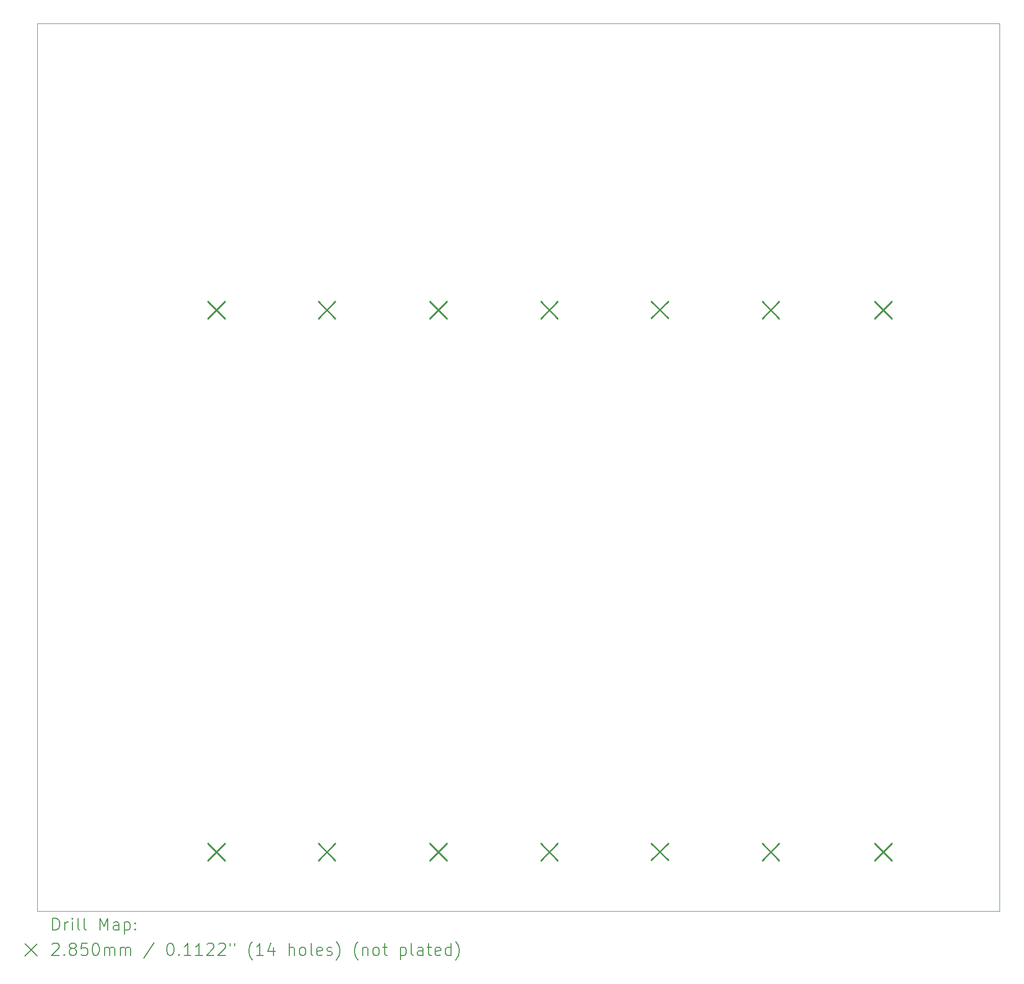
<source format=gbr>
%TF.GenerationSoftware,KiCad,Pcbnew,7.0.5*%
%TF.CreationDate,2023-11-05T11:43:05-07:00*%
%TF.ProjectId,new_backplane,6e65775f-6261-4636-9b70-6c616e652e6b,rev?*%
%TF.SameCoordinates,Original*%
%TF.FileFunction,Drillmap*%
%TF.FilePolarity,Positive*%
%FSLAX45Y45*%
G04 Gerber Fmt 4.5, Leading zero omitted, Abs format (unit mm)*
G04 Created by KiCad (PCBNEW 7.0.5) date 2023-11-05 11:43:05*
%MOMM*%
%LPD*%
G01*
G04 APERTURE LIST*
%ADD10C,0.089518*%
%ADD11C,0.200000*%
%ADD12C,0.285000*%
G04 APERTURE END LIST*
D10*
X1186944Y-19730114D02*
X1186944Y-4990000D01*
X17150000Y-4990000D02*
X17150000Y-19730114D01*
X1186944Y-4990000D02*
X17150000Y-4990000D01*
X17150000Y-19730114D02*
X1186944Y-19730114D01*
D11*
D12*
X4017500Y-9607500D02*
X4302500Y-9892500D01*
X4302500Y-9607500D02*
X4017500Y-9892500D01*
X4017500Y-18607500D02*
X4302500Y-18892500D01*
X4302500Y-18607500D02*
X4017500Y-18892500D01*
X5847500Y-9607500D02*
X6132500Y-9892500D01*
X6132500Y-9607500D02*
X5847500Y-9892500D01*
X5847500Y-18607500D02*
X6132500Y-18892500D01*
X6132500Y-18607500D02*
X5847500Y-18892500D01*
X7697500Y-9607500D02*
X7982500Y-9892500D01*
X7982500Y-9607500D02*
X7697500Y-9892500D01*
X7697500Y-18607500D02*
X7982500Y-18892500D01*
X7982500Y-18607500D02*
X7697500Y-18892500D01*
X9538500Y-9603500D02*
X9823500Y-9888500D01*
X9823500Y-9603500D02*
X9538500Y-9888500D01*
X9538500Y-18603500D02*
X9823500Y-18888500D01*
X9823500Y-18603500D02*
X9538500Y-18888500D01*
X11371500Y-9600500D02*
X11656500Y-9885500D01*
X11656500Y-9600500D02*
X11371500Y-9885500D01*
X11371500Y-18600500D02*
X11656500Y-18885500D01*
X11656500Y-18600500D02*
X11371500Y-18885500D01*
X13213500Y-9604500D02*
X13498500Y-9889500D01*
X13498500Y-9604500D02*
X13213500Y-9889500D01*
X13213500Y-18604500D02*
X13498500Y-18889500D01*
X13498500Y-18604500D02*
X13213500Y-18889500D01*
X15078500Y-9603500D02*
X15363500Y-9888500D01*
X15363500Y-9603500D02*
X15078500Y-9888500D01*
X15078500Y-18603500D02*
X15363500Y-18888500D01*
X15363500Y-18603500D02*
X15078500Y-18888500D01*
D11*
X1443245Y-20046074D02*
X1443245Y-19846074D01*
X1443245Y-19846074D02*
X1490864Y-19846074D01*
X1490864Y-19846074D02*
X1519435Y-19855598D01*
X1519435Y-19855598D02*
X1538483Y-19874645D01*
X1538483Y-19874645D02*
X1548007Y-19893693D01*
X1548007Y-19893693D02*
X1557531Y-19931788D01*
X1557531Y-19931788D02*
X1557531Y-19960359D01*
X1557531Y-19960359D02*
X1548007Y-19998455D01*
X1548007Y-19998455D02*
X1538483Y-20017502D01*
X1538483Y-20017502D02*
X1519435Y-20036550D01*
X1519435Y-20036550D02*
X1490864Y-20046074D01*
X1490864Y-20046074D02*
X1443245Y-20046074D01*
X1643245Y-20046074D02*
X1643245Y-19912740D01*
X1643245Y-19950836D02*
X1652769Y-19931788D01*
X1652769Y-19931788D02*
X1662293Y-19922264D01*
X1662293Y-19922264D02*
X1681340Y-19912740D01*
X1681340Y-19912740D02*
X1700388Y-19912740D01*
X1767054Y-20046074D02*
X1767054Y-19912740D01*
X1767054Y-19846074D02*
X1757531Y-19855598D01*
X1757531Y-19855598D02*
X1767054Y-19865121D01*
X1767054Y-19865121D02*
X1776578Y-19855598D01*
X1776578Y-19855598D02*
X1767054Y-19846074D01*
X1767054Y-19846074D02*
X1767054Y-19865121D01*
X1890864Y-20046074D02*
X1871816Y-20036550D01*
X1871816Y-20036550D02*
X1862293Y-20017502D01*
X1862293Y-20017502D02*
X1862293Y-19846074D01*
X1995626Y-20046074D02*
X1976578Y-20036550D01*
X1976578Y-20036550D02*
X1967054Y-20017502D01*
X1967054Y-20017502D02*
X1967054Y-19846074D01*
X2224197Y-20046074D02*
X2224197Y-19846074D01*
X2224197Y-19846074D02*
X2290864Y-19988931D01*
X2290864Y-19988931D02*
X2357531Y-19846074D01*
X2357531Y-19846074D02*
X2357531Y-20046074D01*
X2538483Y-20046074D02*
X2538483Y-19941312D01*
X2538483Y-19941312D02*
X2528959Y-19922264D01*
X2528959Y-19922264D02*
X2509912Y-19912740D01*
X2509912Y-19912740D02*
X2471816Y-19912740D01*
X2471816Y-19912740D02*
X2452769Y-19922264D01*
X2538483Y-20036550D02*
X2519436Y-20046074D01*
X2519436Y-20046074D02*
X2471816Y-20046074D01*
X2471816Y-20046074D02*
X2452769Y-20036550D01*
X2452769Y-20036550D02*
X2443245Y-20017502D01*
X2443245Y-20017502D02*
X2443245Y-19998455D01*
X2443245Y-19998455D02*
X2452769Y-19979407D01*
X2452769Y-19979407D02*
X2471816Y-19969883D01*
X2471816Y-19969883D02*
X2519436Y-19969883D01*
X2519436Y-19969883D02*
X2538483Y-19960359D01*
X2633721Y-19912740D02*
X2633721Y-20112740D01*
X2633721Y-19922264D02*
X2652769Y-19912740D01*
X2652769Y-19912740D02*
X2690864Y-19912740D01*
X2690864Y-19912740D02*
X2709912Y-19922264D01*
X2709912Y-19922264D02*
X2719436Y-19931788D01*
X2719436Y-19931788D02*
X2728959Y-19950836D01*
X2728959Y-19950836D02*
X2728959Y-20007978D01*
X2728959Y-20007978D02*
X2719436Y-20027026D01*
X2719436Y-20027026D02*
X2709912Y-20036550D01*
X2709912Y-20036550D02*
X2690864Y-20046074D01*
X2690864Y-20046074D02*
X2652769Y-20046074D01*
X2652769Y-20046074D02*
X2633721Y-20036550D01*
X2814674Y-20027026D02*
X2824197Y-20036550D01*
X2824197Y-20036550D02*
X2814674Y-20046074D01*
X2814674Y-20046074D02*
X2805150Y-20036550D01*
X2805150Y-20036550D02*
X2814674Y-20027026D01*
X2814674Y-20027026D02*
X2814674Y-20046074D01*
X2814674Y-19922264D02*
X2824197Y-19931788D01*
X2824197Y-19931788D02*
X2814674Y-19941312D01*
X2814674Y-19941312D02*
X2805150Y-19931788D01*
X2805150Y-19931788D02*
X2814674Y-19922264D01*
X2814674Y-19922264D02*
X2814674Y-19941312D01*
X982468Y-20274590D02*
X1182468Y-20474590D01*
X1182468Y-20274590D02*
X982468Y-20474590D01*
X1433721Y-20285121D02*
X1443245Y-20275598D01*
X1443245Y-20275598D02*
X1462293Y-20266074D01*
X1462293Y-20266074D02*
X1509912Y-20266074D01*
X1509912Y-20266074D02*
X1528959Y-20275598D01*
X1528959Y-20275598D02*
X1538483Y-20285121D01*
X1538483Y-20285121D02*
X1548007Y-20304169D01*
X1548007Y-20304169D02*
X1548007Y-20323217D01*
X1548007Y-20323217D02*
X1538483Y-20351788D01*
X1538483Y-20351788D02*
X1424197Y-20466074D01*
X1424197Y-20466074D02*
X1548007Y-20466074D01*
X1633721Y-20447026D02*
X1643245Y-20456550D01*
X1643245Y-20456550D02*
X1633721Y-20466074D01*
X1633721Y-20466074D02*
X1624197Y-20456550D01*
X1624197Y-20456550D02*
X1633721Y-20447026D01*
X1633721Y-20447026D02*
X1633721Y-20466074D01*
X1757531Y-20351788D02*
X1738483Y-20342264D01*
X1738483Y-20342264D02*
X1728959Y-20332740D01*
X1728959Y-20332740D02*
X1719435Y-20313693D01*
X1719435Y-20313693D02*
X1719435Y-20304169D01*
X1719435Y-20304169D02*
X1728959Y-20285121D01*
X1728959Y-20285121D02*
X1738483Y-20275598D01*
X1738483Y-20275598D02*
X1757531Y-20266074D01*
X1757531Y-20266074D02*
X1795626Y-20266074D01*
X1795626Y-20266074D02*
X1814674Y-20275598D01*
X1814674Y-20275598D02*
X1824197Y-20285121D01*
X1824197Y-20285121D02*
X1833721Y-20304169D01*
X1833721Y-20304169D02*
X1833721Y-20313693D01*
X1833721Y-20313693D02*
X1824197Y-20332740D01*
X1824197Y-20332740D02*
X1814674Y-20342264D01*
X1814674Y-20342264D02*
X1795626Y-20351788D01*
X1795626Y-20351788D02*
X1757531Y-20351788D01*
X1757531Y-20351788D02*
X1738483Y-20361312D01*
X1738483Y-20361312D02*
X1728959Y-20370836D01*
X1728959Y-20370836D02*
X1719435Y-20389883D01*
X1719435Y-20389883D02*
X1719435Y-20427978D01*
X1719435Y-20427978D02*
X1728959Y-20447026D01*
X1728959Y-20447026D02*
X1738483Y-20456550D01*
X1738483Y-20456550D02*
X1757531Y-20466074D01*
X1757531Y-20466074D02*
X1795626Y-20466074D01*
X1795626Y-20466074D02*
X1814674Y-20456550D01*
X1814674Y-20456550D02*
X1824197Y-20447026D01*
X1824197Y-20447026D02*
X1833721Y-20427978D01*
X1833721Y-20427978D02*
X1833721Y-20389883D01*
X1833721Y-20389883D02*
X1824197Y-20370836D01*
X1824197Y-20370836D02*
X1814674Y-20361312D01*
X1814674Y-20361312D02*
X1795626Y-20351788D01*
X2014674Y-20266074D02*
X1919435Y-20266074D01*
X1919435Y-20266074D02*
X1909912Y-20361312D01*
X1909912Y-20361312D02*
X1919435Y-20351788D01*
X1919435Y-20351788D02*
X1938483Y-20342264D01*
X1938483Y-20342264D02*
X1986102Y-20342264D01*
X1986102Y-20342264D02*
X2005150Y-20351788D01*
X2005150Y-20351788D02*
X2014674Y-20361312D01*
X2014674Y-20361312D02*
X2024197Y-20380359D01*
X2024197Y-20380359D02*
X2024197Y-20427978D01*
X2024197Y-20427978D02*
X2014674Y-20447026D01*
X2014674Y-20447026D02*
X2005150Y-20456550D01*
X2005150Y-20456550D02*
X1986102Y-20466074D01*
X1986102Y-20466074D02*
X1938483Y-20466074D01*
X1938483Y-20466074D02*
X1919435Y-20456550D01*
X1919435Y-20456550D02*
X1909912Y-20447026D01*
X2148007Y-20266074D02*
X2167055Y-20266074D01*
X2167055Y-20266074D02*
X2186102Y-20275598D01*
X2186102Y-20275598D02*
X2195626Y-20285121D01*
X2195626Y-20285121D02*
X2205150Y-20304169D01*
X2205150Y-20304169D02*
X2214674Y-20342264D01*
X2214674Y-20342264D02*
X2214674Y-20389883D01*
X2214674Y-20389883D02*
X2205150Y-20427978D01*
X2205150Y-20427978D02*
X2195626Y-20447026D01*
X2195626Y-20447026D02*
X2186102Y-20456550D01*
X2186102Y-20456550D02*
X2167055Y-20466074D01*
X2167055Y-20466074D02*
X2148007Y-20466074D01*
X2148007Y-20466074D02*
X2128959Y-20456550D01*
X2128959Y-20456550D02*
X2119436Y-20447026D01*
X2119436Y-20447026D02*
X2109912Y-20427978D01*
X2109912Y-20427978D02*
X2100388Y-20389883D01*
X2100388Y-20389883D02*
X2100388Y-20342264D01*
X2100388Y-20342264D02*
X2109912Y-20304169D01*
X2109912Y-20304169D02*
X2119436Y-20285121D01*
X2119436Y-20285121D02*
X2128959Y-20275598D01*
X2128959Y-20275598D02*
X2148007Y-20266074D01*
X2300388Y-20466074D02*
X2300388Y-20332740D01*
X2300388Y-20351788D02*
X2309912Y-20342264D01*
X2309912Y-20342264D02*
X2328959Y-20332740D01*
X2328959Y-20332740D02*
X2357531Y-20332740D01*
X2357531Y-20332740D02*
X2376578Y-20342264D01*
X2376578Y-20342264D02*
X2386102Y-20361312D01*
X2386102Y-20361312D02*
X2386102Y-20466074D01*
X2386102Y-20361312D02*
X2395626Y-20342264D01*
X2395626Y-20342264D02*
X2414674Y-20332740D01*
X2414674Y-20332740D02*
X2443245Y-20332740D01*
X2443245Y-20332740D02*
X2462293Y-20342264D01*
X2462293Y-20342264D02*
X2471817Y-20361312D01*
X2471817Y-20361312D02*
X2471817Y-20466074D01*
X2567055Y-20466074D02*
X2567055Y-20332740D01*
X2567055Y-20351788D02*
X2576578Y-20342264D01*
X2576578Y-20342264D02*
X2595626Y-20332740D01*
X2595626Y-20332740D02*
X2624198Y-20332740D01*
X2624198Y-20332740D02*
X2643245Y-20342264D01*
X2643245Y-20342264D02*
X2652769Y-20361312D01*
X2652769Y-20361312D02*
X2652769Y-20466074D01*
X2652769Y-20361312D02*
X2662293Y-20342264D01*
X2662293Y-20342264D02*
X2681340Y-20332740D01*
X2681340Y-20332740D02*
X2709912Y-20332740D01*
X2709912Y-20332740D02*
X2728959Y-20342264D01*
X2728959Y-20342264D02*
X2738483Y-20361312D01*
X2738483Y-20361312D02*
X2738483Y-20466074D01*
X3128959Y-20256550D02*
X2957531Y-20513693D01*
X3386102Y-20266074D02*
X3405150Y-20266074D01*
X3405150Y-20266074D02*
X3424198Y-20275598D01*
X3424198Y-20275598D02*
X3433721Y-20285121D01*
X3433721Y-20285121D02*
X3443245Y-20304169D01*
X3443245Y-20304169D02*
X3452769Y-20342264D01*
X3452769Y-20342264D02*
X3452769Y-20389883D01*
X3452769Y-20389883D02*
X3443245Y-20427978D01*
X3443245Y-20427978D02*
X3433721Y-20447026D01*
X3433721Y-20447026D02*
X3424198Y-20456550D01*
X3424198Y-20456550D02*
X3405150Y-20466074D01*
X3405150Y-20466074D02*
X3386102Y-20466074D01*
X3386102Y-20466074D02*
X3367055Y-20456550D01*
X3367055Y-20456550D02*
X3357531Y-20447026D01*
X3357531Y-20447026D02*
X3348007Y-20427978D01*
X3348007Y-20427978D02*
X3338483Y-20389883D01*
X3338483Y-20389883D02*
X3338483Y-20342264D01*
X3338483Y-20342264D02*
X3348007Y-20304169D01*
X3348007Y-20304169D02*
X3357531Y-20285121D01*
X3357531Y-20285121D02*
X3367055Y-20275598D01*
X3367055Y-20275598D02*
X3386102Y-20266074D01*
X3538483Y-20447026D02*
X3548007Y-20456550D01*
X3548007Y-20456550D02*
X3538483Y-20466074D01*
X3538483Y-20466074D02*
X3528959Y-20456550D01*
X3528959Y-20456550D02*
X3538483Y-20447026D01*
X3538483Y-20447026D02*
X3538483Y-20466074D01*
X3738483Y-20466074D02*
X3624198Y-20466074D01*
X3681340Y-20466074D02*
X3681340Y-20266074D01*
X3681340Y-20266074D02*
X3662293Y-20294645D01*
X3662293Y-20294645D02*
X3643245Y-20313693D01*
X3643245Y-20313693D02*
X3624198Y-20323217D01*
X3928959Y-20466074D02*
X3814674Y-20466074D01*
X3871817Y-20466074D02*
X3871817Y-20266074D01*
X3871817Y-20266074D02*
X3852769Y-20294645D01*
X3852769Y-20294645D02*
X3833721Y-20313693D01*
X3833721Y-20313693D02*
X3814674Y-20323217D01*
X4005150Y-20285121D02*
X4014674Y-20275598D01*
X4014674Y-20275598D02*
X4033721Y-20266074D01*
X4033721Y-20266074D02*
X4081340Y-20266074D01*
X4081340Y-20266074D02*
X4100388Y-20275598D01*
X4100388Y-20275598D02*
X4109912Y-20285121D01*
X4109912Y-20285121D02*
X4119436Y-20304169D01*
X4119436Y-20304169D02*
X4119436Y-20323217D01*
X4119436Y-20323217D02*
X4109912Y-20351788D01*
X4109912Y-20351788D02*
X3995626Y-20466074D01*
X3995626Y-20466074D02*
X4119436Y-20466074D01*
X4195626Y-20285121D02*
X4205150Y-20275598D01*
X4205150Y-20275598D02*
X4224198Y-20266074D01*
X4224198Y-20266074D02*
X4271817Y-20266074D01*
X4271817Y-20266074D02*
X4290864Y-20275598D01*
X4290864Y-20275598D02*
X4300388Y-20285121D01*
X4300388Y-20285121D02*
X4309912Y-20304169D01*
X4309912Y-20304169D02*
X4309912Y-20323217D01*
X4309912Y-20323217D02*
X4300388Y-20351788D01*
X4300388Y-20351788D02*
X4186102Y-20466074D01*
X4186102Y-20466074D02*
X4309912Y-20466074D01*
X4386102Y-20266074D02*
X4386102Y-20304169D01*
X4462293Y-20266074D02*
X4462293Y-20304169D01*
X4757531Y-20542264D02*
X4748007Y-20532740D01*
X4748007Y-20532740D02*
X4728960Y-20504169D01*
X4728960Y-20504169D02*
X4719436Y-20485121D01*
X4719436Y-20485121D02*
X4709912Y-20456550D01*
X4709912Y-20456550D02*
X4700388Y-20408931D01*
X4700388Y-20408931D02*
X4700388Y-20370836D01*
X4700388Y-20370836D02*
X4709912Y-20323217D01*
X4709912Y-20323217D02*
X4719436Y-20294645D01*
X4719436Y-20294645D02*
X4728960Y-20275598D01*
X4728960Y-20275598D02*
X4748007Y-20247026D01*
X4748007Y-20247026D02*
X4757531Y-20237502D01*
X4938483Y-20466074D02*
X4824198Y-20466074D01*
X4881341Y-20466074D02*
X4881341Y-20266074D01*
X4881341Y-20266074D02*
X4862293Y-20294645D01*
X4862293Y-20294645D02*
X4843245Y-20313693D01*
X4843245Y-20313693D02*
X4824198Y-20323217D01*
X5109912Y-20332740D02*
X5109912Y-20466074D01*
X5062293Y-20256550D02*
X5014674Y-20399407D01*
X5014674Y-20399407D02*
X5138483Y-20399407D01*
X5367055Y-20466074D02*
X5367055Y-20266074D01*
X5452769Y-20466074D02*
X5452769Y-20361312D01*
X5452769Y-20361312D02*
X5443245Y-20342264D01*
X5443245Y-20342264D02*
X5424198Y-20332740D01*
X5424198Y-20332740D02*
X5395626Y-20332740D01*
X5395626Y-20332740D02*
X5376579Y-20342264D01*
X5376579Y-20342264D02*
X5367055Y-20351788D01*
X5576579Y-20466074D02*
X5557531Y-20456550D01*
X5557531Y-20456550D02*
X5548007Y-20447026D01*
X5548007Y-20447026D02*
X5538484Y-20427978D01*
X5538484Y-20427978D02*
X5538484Y-20370836D01*
X5538484Y-20370836D02*
X5548007Y-20351788D01*
X5548007Y-20351788D02*
X5557531Y-20342264D01*
X5557531Y-20342264D02*
X5576579Y-20332740D01*
X5576579Y-20332740D02*
X5605150Y-20332740D01*
X5605150Y-20332740D02*
X5624198Y-20342264D01*
X5624198Y-20342264D02*
X5633722Y-20351788D01*
X5633722Y-20351788D02*
X5643245Y-20370836D01*
X5643245Y-20370836D02*
X5643245Y-20427978D01*
X5643245Y-20427978D02*
X5633722Y-20447026D01*
X5633722Y-20447026D02*
X5624198Y-20456550D01*
X5624198Y-20456550D02*
X5605150Y-20466074D01*
X5605150Y-20466074D02*
X5576579Y-20466074D01*
X5757531Y-20466074D02*
X5738483Y-20456550D01*
X5738483Y-20456550D02*
X5728960Y-20437502D01*
X5728960Y-20437502D02*
X5728960Y-20266074D01*
X5909912Y-20456550D02*
X5890864Y-20466074D01*
X5890864Y-20466074D02*
X5852769Y-20466074D01*
X5852769Y-20466074D02*
X5833722Y-20456550D01*
X5833722Y-20456550D02*
X5824198Y-20437502D01*
X5824198Y-20437502D02*
X5824198Y-20361312D01*
X5824198Y-20361312D02*
X5833722Y-20342264D01*
X5833722Y-20342264D02*
X5852769Y-20332740D01*
X5852769Y-20332740D02*
X5890864Y-20332740D01*
X5890864Y-20332740D02*
X5909912Y-20342264D01*
X5909912Y-20342264D02*
X5919436Y-20361312D01*
X5919436Y-20361312D02*
X5919436Y-20380359D01*
X5919436Y-20380359D02*
X5824198Y-20399407D01*
X5995626Y-20456550D02*
X6014674Y-20466074D01*
X6014674Y-20466074D02*
X6052769Y-20466074D01*
X6052769Y-20466074D02*
X6071817Y-20456550D01*
X6071817Y-20456550D02*
X6081341Y-20437502D01*
X6081341Y-20437502D02*
X6081341Y-20427978D01*
X6081341Y-20427978D02*
X6071817Y-20408931D01*
X6071817Y-20408931D02*
X6052769Y-20399407D01*
X6052769Y-20399407D02*
X6024198Y-20399407D01*
X6024198Y-20399407D02*
X6005150Y-20389883D01*
X6005150Y-20389883D02*
X5995626Y-20370836D01*
X5995626Y-20370836D02*
X5995626Y-20361312D01*
X5995626Y-20361312D02*
X6005150Y-20342264D01*
X6005150Y-20342264D02*
X6024198Y-20332740D01*
X6024198Y-20332740D02*
X6052769Y-20332740D01*
X6052769Y-20332740D02*
X6071817Y-20342264D01*
X6148007Y-20542264D02*
X6157531Y-20532740D01*
X6157531Y-20532740D02*
X6176579Y-20504169D01*
X6176579Y-20504169D02*
X6186103Y-20485121D01*
X6186103Y-20485121D02*
X6195626Y-20456550D01*
X6195626Y-20456550D02*
X6205150Y-20408931D01*
X6205150Y-20408931D02*
X6205150Y-20370836D01*
X6205150Y-20370836D02*
X6195626Y-20323217D01*
X6195626Y-20323217D02*
X6186103Y-20294645D01*
X6186103Y-20294645D02*
X6176579Y-20275598D01*
X6176579Y-20275598D02*
X6157531Y-20247026D01*
X6157531Y-20247026D02*
X6148007Y-20237502D01*
X6509912Y-20542264D02*
X6500388Y-20532740D01*
X6500388Y-20532740D02*
X6481341Y-20504169D01*
X6481341Y-20504169D02*
X6471817Y-20485121D01*
X6471817Y-20485121D02*
X6462293Y-20456550D01*
X6462293Y-20456550D02*
X6452769Y-20408931D01*
X6452769Y-20408931D02*
X6452769Y-20370836D01*
X6452769Y-20370836D02*
X6462293Y-20323217D01*
X6462293Y-20323217D02*
X6471817Y-20294645D01*
X6471817Y-20294645D02*
X6481341Y-20275598D01*
X6481341Y-20275598D02*
X6500388Y-20247026D01*
X6500388Y-20247026D02*
X6509912Y-20237502D01*
X6586103Y-20332740D02*
X6586103Y-20466074D01*
X6586103Y-20351788D02*
X6595626Y-20342264D01*
X6595626Y-20342264D02*
X6614674Y-20332740D01*
X6614674Y-20332740D02*
X6643245Y-20332740D01*
X6643245Y-20332740D02*
X6662293Y-20342264D01*
X6662293Y-20342264D02*
X6671817Y-20361312D01*
X6671817Y-20361312D02*
X6671817Y-20466074D01*
X6795626Y-20466074D02*
X6776579Y-20456550D01*
X6776579Y-20456550D02*
X6767055Y-20447026D01*
X6767055Y-20447026D02*
X6757531Y-20427978D01*
X6757531Y-20427978D02*
X6757531Y-20370836D01*
X6757531Y-20370836D02*
X6767055Y-20351788D01*
X6767055Y-20351788D02*
X6776579Y-20342264D01*
X6776579Y-20342264D02*
X6795626Y-20332740D01*
X6795626Y-20332740D02*
X6824198Y-20332740D01*
X6824198Y-20332740D02*
X6843245Y-20342264D01*
X6843245Y-20342264D02*
X6852769Y-20351788D01*
X6852769Y-20351788D02*
X6862293Y-20370836D01*
X6862293Y-20370836D02*
X6862293Y-20427978D01*
X6862293Y-20427978D02*
X6852769Y-20447026D01*
X6852769Y-20447026D02*
X6843245Y-20456550D01*
X6843245Y-20456550D02*
X6824198Y-20466074D01*
X6824198Y-20466074D02*
X6795626Y-20466074D01*
X6919436Y-20332740D02*
X6995626Y-20332740D01*
X6948007Y-20266074D02*
X6948007Y-20437502D01*
X6948007Y-20437502D02*
X6957531Y-20456550D01*
X6957531Y-20456550D02*
X6976579Y-20466074D01*
X6976579Y-20466074D02*
X6995626Y-20466074D01*
X7214674Y-20332740D02*
X7214674Y-20532740D01*
X7214674Y-20342264D02*
X7233722Y-20332740D01*
X7233722Y-20332740D02*
X7271817Y-20332740D01*
X7271817Y-20332740D02*
X7290865Y-20342264D01*
X7290865Y-20342264D02*
X7300388Y-20351788D01*
X7300388Y-20351788D02*
X7309912Y-20370836D01*
X7309912Y-20370836D02*
X7309912Y-20427978D01*
X7309912Y-20427978D02*
X7300388Y-20447026D01*
X7300388Y-20447026D02*
X7290865Y-20456550D01*
X7290865Y-20456550D02*
X7271817Y-20466074D01*
X7271817Y-20466074D02*
X7233722Y-20466074D01*
X7233722Y-20466074D02*
X7214674Y-20456550D01*
X7424198Y-20466074D02*
X7405150Y-20456550D01*
X7405150Y-20456550D02*
X7395626Y-20437502D01*
X7395626Y-20437502D02*
X7395626Y-20266074D01*
X7586103Y-20466074D02*
X7586103Y-20361312D01*
X7586103Y-20361312D02*
X7576579Y-20342264D01*
X7576579Y-20342264D02*
X7557531Y-20332740D01*
X7557531Y-20332740D02*
X7519436Y-20332740D01*
X7519436Y-20332740D02*
X7500388Y-20342264D01*
X7586103Y-20456550D02*
X7567055Y-20466074D01*
X7567055Y-20466074D02*
X7519436Y-20466074D01*
X7519436Y-20466074D02*
X7500388Y-20456550D01*
X7500388Y-20456550D02*
X7490865Y-20437502D01*
X7490865Y-20437502D02*
X7490865Y-20418455D01*
X7490865Y-20418455D02*
X7500388Y-20399407D01*
X7500388Y-20399407D02*
X7519436Y-20389883D01*
X7519436Y-20389883D02*
X7567055Y-20389883D01*
X7567055Y-20389883D02*
X7586103Y-20380359D01*
X7652769Y-20332740D02*
X7728960Y-20332740D01*
X7681341Y-20266074D02*
X7681341Y-20437502D01*
X7681341Y-20437502D02*
X7690865Y-20456550D01*
X7690865Y-20456550D02*
X7709912Y-20466074D01*
X7709912Y-20466074D02*
X7728960Y-20466074D01*
X7871817Y-20456550D02*
X7852769Y-20466074D01*
X7852769Y-20466074D02*
X7814674Y-20466074D01*
X7814674Y-20466074D02*
X7795626Y-20456550D01*
X7795626Y-20456550D02*
X7786103Y-20437502D01*
X7786103Y-20437502D02*
X7786103Y-20361312D01*
X7786103Y-20361312D02*
X7795626Y-20342264D01*
X7795626Y-20342264D02*
X7814674Y-20332740D01*
X7814674Y-20332740D02*
X7852769Y-20332740D01*
X7852769Y-20332740D02*
X7871817Y-20342264D01*
X7871817Y-20342264D02*
X7881341Y-20361312D01*
X7881341Y-20361312D02*
X7881341Y-20380359D01*
X7881341Y-20380359D02*
X7786103Y-20399407D01*
X8052769Y-20466074D02*
X8052769Y-20266074D01*
X8052769Y-20456550D02*
X8033722Y-20466074D01*
X8033722Y-20466074D02*
X7995626Y-20466074D01*
X7995626Y-20466074D02*
X7976579Y-20456550D01*
X7976579Y-20456550D02*
X7967055Y-20447026D01*
X7967055Y-20447026D02*
X7957531Y-20427978D01*
X7957531Y-20427978D02*
X7957531Y-20370836D01*
X7957531Y-20370836D02*
X7967055Y-20351788D01*
X7967055Y-20351788D02*
X7976579Y-20342264D01*
X7976579Y-20342264D02*
X7995626Y-20332740D01*
X7995626Y-20332740D02*
X8033722Y-20332740D01*
X8033722Y-20332740D02*
X8052769Y-20342264D01*
X8128960Y-20542264D02*
X8138484Y-20532740D01*
X8138484Y-20532740D02*
X8157531Y-20504169D01*
X8157531Y-20504169D02*
X8167055Y-20485121D01*
X8167055Y-20485121D02*
X8176579Y-20456550D01*
X8176579Y-20456550D02*
X8186103Y-20408931D01*
X8186103Y-20408931D02*
X8186103Y-20370836D01*
X8186103Y-20370836D02*
X8176579Y-20323217D01*
X8176579Y-20323217D02*
X8167055Y-20294645D01*
X8167055Y-20294645D02*
X8157531Y-20275598D01*
X8157531Y-20275598D02*
X8138484Y-20247026D01*
X8138484Y-20247026D02*
X8128960Y-20237502D01*
M02*

</source>
